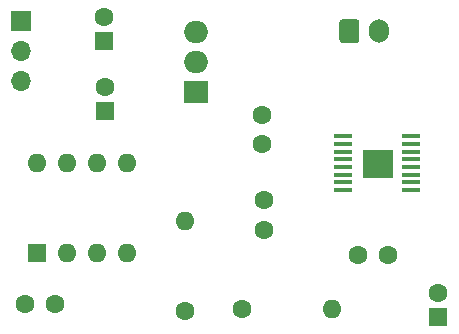
<source format=gbr>
%TF.GenerationSoftware,KiCad,Pcbnew,(5.1.9)-1*%
%TF.CreationDate,2021-03-20T21:05:46-03:00*%
%TF.ProjectId,boto_arm,626f746f-5f61-4726-9d2e-6b696361645f,rev?*%
%TF.SameCoordinates,Original*%
%TF.FileFunction,Soldermask,Top*%
%TF.FilePolarity,Negative*%
%FSLAX46Y46*%
G04 Gerber Fmt 4.6, Leading zero omitted, Abs format (unit mm)*
G04 Created by KiCad (PCBNEW (5.1.9)-1) date 2021-03-20 21:05:46*
%MOMM*%
%LPD*%
G01*
G04 APERTURE LIST*
%ADD10C,0.010000*%
%ADD11O,1.700000X2.000000*%
%ADD12R,1.600000X1.600000*%
%ADD13C,1.600000*%
%ADD14R,1.700000X1.700000*%
%ADD15O,1.700000X1.700000*%
%ADD16O,1.600000X1.600000*%
%ADD17R,2.000000X1.905000*%
%ADD18O,2.000000X1.905000*%
%ADD19R,1.500000X0.450000*%
G04 APERTURE END LIST*
D10*
%TO.C,U3*%
G36*
X94110000Y-80835000D02*
G01*
X96570000Y-80835000D01*
X96570000Y-83145000D01*
X94110000Y-83145000D01*
X94110000Y-80835000D01*
G37*
X94110000Y-80835000D02*
X96570000Y-80835000D01*
X96570000Y-83145000D01*
X94110000Y-83145000D01*
X94110000Y-80835000D01*
%TD*%
D11*
%TO.C,J2*%
X95490000Y-70820000D03*
G36*
G01*
X92140000Y-71570000D02*
X92140000Y-70070000D01*
G75*
G02*
X92390000Y-69820000I250000J0D01*
G01*
X93590000Y-69820000D01*
G75*
G02*
X93840000Y-70070000I0J-250000D01*
G01*
X93840000Y-71570000D01*
G75*
G02*
X93590000Y-71820000I-250000J0D01*
G01*
X92390000Y-71820000D01*
G75*
G02*
X92140000Y-71570000I0J250000D01*
G01*
G37*
%TD*%
D12*
%TO.C,C1*%
X72250000Y-71650000D03*
D13*
X72250000Y-69650000D03*
%TD*%
%TO.C,C2*%
X72290000Y-75580000D03*
D12*
X72290000Y-77580000D03*
%TD*%
%TO.C,C3*%
X100530000Y-94980000D03*
D13*
X100530000Y-92980000D03*
%TD*%
%TO.C,C4*%
X85730000Y-87620000D03*
X85730000Y-85120000D03*
%TD*%
%TO.C,C5*%
X96240000Y-89800000D03*
X93740000Y-89800000D03*
%TD*%
%TO.C,C6*%
X68050000Y-93950000D03*
X65550000Y-93950000D03*
%TD*%
%TO.C,C7*%
X85560000Y-80380000D03*
X85560000Y-77880000D03*
%TD*%
D14*
%TO.C,J1*%
X65180000Y-69960000D03*
D15*
X65180000Y-72500000D03*
X65180000Y-75040000D03*
%TD*%
D13*
%TO.C,R1*%
X83860000Y-94370000D03*
D16*
X91480000Y-94370000D03*
%TD*%
%TO.C,R2*%
X79080000Y-86880000D03*
D13*
X79080000Y-94500000D03*
%TD*%
D17*
%TO.C,U1*%
X80030000Y-75970000D03*
D18*
X80030000Y-73430000D03*
X80030000Y-70890000D03*
%TD*%
D12*
%TO.C,U2*%
X66560000Y-89620000D03*
D16*
X74180000Y-82000000D03*
X69100000Y-89620000D03*
X71640000Y-82000000D03*
X71640000Y-89620000D03*
X69100000Y-82000000D03*
X74180000Y-89620000D03*
X66560000Y-82000000D03*
%TD*%
D19*
%TO.C,U3*%
X92440000Y-79715000D03*
X92440000Y-80365000D03*
X92440000Y-81015000D03*
X92440000Y-81665000D03*
X92440000Y-82315000D03*
X92440000Y-82965000D03*
X92440000Y-83615000D03*
X92440000Y-84265000D03*
X98240000Y-84265000D03*
X98240000Y-83615000D03*
X98240000Y-82965000D03*
X98240000Y-82315000D03*
X98240000Y-81665000D03*
X98240000Y-81015000D03*
X98240000Y-80365000D03*
X98240000Y-79715000D03*
%TD*%
M02*

</source>
